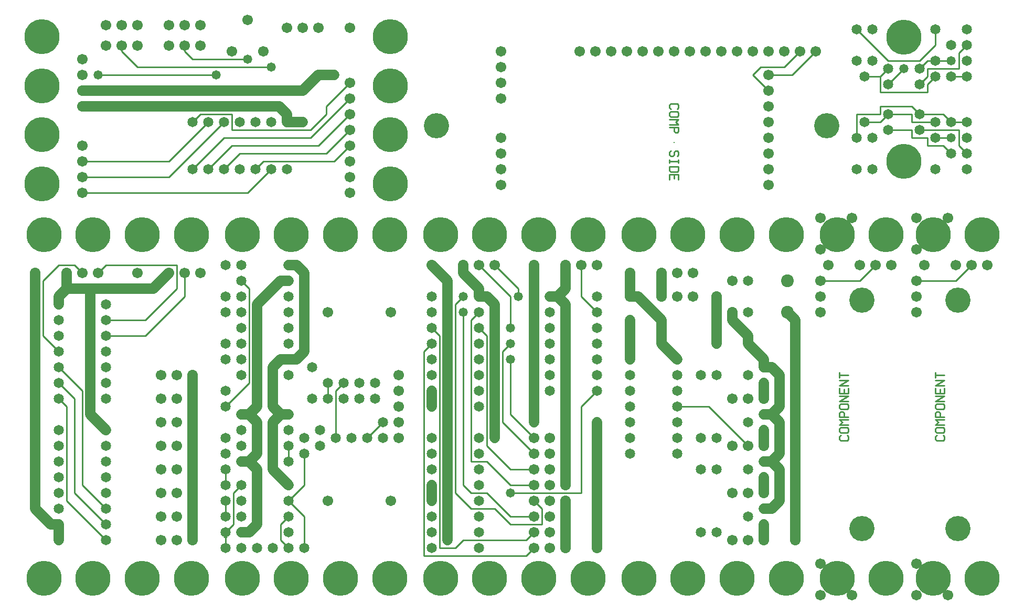
<source format=gtl>
%MOIN*%
%FSLAX25Y25*%
G04 D10 used for Character Trace; *
G04     Circle (OD=.01000) (No hole)*
G04 D11 used for Power Trace; *
G04     Circle (OD=.06700) (No hole)*
G04 D12 used for Signal Trace; *
G04     Circle (OD=.01100) (No hole)*
G04 D13 used for Via; *
G04     Circle (OD=.05800) (Round. Hole ID=.02800)*
G04 D14 used for Component hole; *
G04     Circle (OD=.06500) (Round. Hole ID=.03500)*
G04 D15 used for Component hole; *
G04     Circle (OD=.06700) (Round. Hole ID=.04300)*
G04 D16 used for Component hole; *
G04     Circle (OD=.08100) (Round. Hole ID=.05100)*
G04 D17 used for Component hole; *
G04     Circle (OD=.08900) (Round. Hole ID=.05900)*
G04 D18 used for Component hole; *
G04     Circle (OD=.11300) (Round. Hole ID=.08300)*
G04 D19 used for Component hole; *
G04     Circle (OD=.16000) (Round. Hole ID=.13000)*
G04 D20 used for Component hole; *
G04     Circle (OD=.18300) (Round. Hole ID=.15300)*
G04 D21 used for Component hole; *
G04     Circle (OD=.22291) (Round. Hole ID=.19291)*
%ADD10C,.01000*%
%ADD11C,.06700*%
%ADD12C,.01100*%
%ADD13C,.05800*%
%ADD14C,.06500*%
%ADD15C,.06700*%
%ADD16C,.08100*%
%ADD17C,.08900*%
%ADD18C,.11300*%
%ADD19C,.16000*%
%ADD20C,.18300*%
%ADD21C,.22291*%
%IPPOS*%
%LPD*%
G90*X0Y0D02*D21*X15625Y15625D03*D14*              
X25000Y40000D03*D11*Y50000D01*D14*D03*D11*        
X20000D01*X10000Y60000D01*Y210000D01*D15*D03*D12* 
X15000Y170000D02*Y205000D01*X25000Y160000D02*     
X15000Y170000D01*D14*X25000Y160000D03*Y170000D03* 
Y150000D03*D12*X40000Y135000D01*Y75000D01*        
X55000Y60000D01*D14*D03*Y70000D03*Y50000D03*D12*  
X35000Y70000D01*Y130000D01*X25000Y140000D01*D14*  
D03*Y130000D03*D12*X30000Y125000D01*Y65000D01*    
X55000Y40000D01*D14*D03*D21*X78125Y15625D03*      
X46875D03*D14*X25000Y70000D03*Y60000D03*D15*      
X90000Y40000D03*Y55000D03*Y70000D03*D14*          
X55000Y80000D03*X25000D03*D15*X100000Y85000D03*   
X90000D03*X100000Y40000D03*Y55000D03*Y70000D03*   
D14*X55000Y90000D03*X25000D03*D21*                
X109375Y15625D03*D15*X110000Y40000D03*D11*        
Y55000D01*D15*D03*D11*Y70000D01*D15*D03*D11*      
Y85000D01*D15*D03*D11*Y100000D01*D15*D03*D11*     
Y115000D01*D15*D03*D11*Y130000D01*D15*D03*D11*    
Y145000D01*D15*D03*X100000D03*Y130000D03*         
X90000Y145000D03*Y130000D03*D12*X55000Y170000D02* 
X80000D01*D14*X55000D03*Y180000D03*D12*X80000D01* 
X100000Y200000D01*Y215000D01*X55000D01*           
X50000Y210000D01*D15*D03*D11*X45000Y120000D02*    
Y200000D01*X55000Y110000D02*X45000Y120000D01*D14* 
X55000Y110000D03*Y100000D03*Y130000D03*Y140000D03*
X25000Y110000D03*Y100000D03*D15*X90000D03*        
Y115000D03*D14*X55000Y150000D03*D15*              
X100000Y100000D03*Y115000D03*D14*X55000Y160000D03*
D12*X80000Y170000D02*X105000Y195000D01*Y210000D01*
D15*D03*X115000D03*X95000D03*D11*X85000Y200000D01*
X45000D01*X30000D01*X25000Y195000D01*Y190000D01*  
D14*D03*D11*X30000Y200000D02*Y210000D01*D15*D03*  
D12*X40000D02*X35000Y215000D01*D15*               
X40000Y210000D03*D12*X25000Y215000D02*X35000D01*  
X15000Y205000D02*X25000Y215000D01*D14*Y180000D03* 
D21*X46875Y234375D03*X15625D03*D14*               
X55000Y190000D03*D15*X75000Y210000D03*D21*        
X78125Y234375D03*X109375D03*G90*X1000Y0D02*D14*   
X131000Y35000D03*D12*Y45000D01*D10*               
X130163Y46914D02*X131000Y47871D01*Y42129D01*      
X130163D02*X131837D01*D14*X131000Y45000D03*D12*   
X136000Y50000D01*Y70000D01*X141000Y75000D01*D14*  
D03*D13*X151000Y65000D03*D11*Y50000D01*           
X146000Y45000D01*X141000D01*D14*D03*              
X151000Y35000D03*X131000Y55000D03*D12*Y65000D01*  
D14*D03*X141000Y55000D03*Y65000D03*               
X131000Y75000D03*D12*Y85000D01*D14*D03*Y95000D03* 
X141000Y90000D03*D11*X146000D01*X151000Y85000D01* 
Y65000D01*D12*X166000Y40000D02*Y50000D01*         
X171000Y35000D02*X166000Y40000D01*D14*            
X171000Y35000D03*X181000D03*D12*Y55000D01*        
X171000Y65000D01*D14*D03*D12*X181000Y75000D01*    
Y95000D01*D14*D03*X171000Y100000D03*D12*Y90000D01*
D14*D03*D11*Y75000D02*X161000Y85000D01*D14*       
X171000Y75000D03*D11*X161000Y85000D02*Y115000D01* 
X166000Y120000D01*X171000D01*D14*D03*D11*         
X166000D02*X161000Y125000D01*Y150000D01*          
X166000Y155000D01*X171000D01*D14*D03*D11*         
X176000D01*X181000Y160000D01*Y210000D01*          
X176000Y215000D01*X171000D01*D14*D03*D11*         
X151000Y190000D02*X166000Y205000D01*              
X151000Y125000D02*Y190000D01*X146000Y120000D02*   
X151000Y125000D01*Y115000D02*X146000Y120000D01*   
X151000Y95000D02*Y115000D01*X146000Y90000D02*     
X151000Y95000D01*D14*X141000Y100000D03*           
X131000Y105000D03*X141000Y110000D03*X171000D03*   
D11*X141000Y120000D02*X146000D01*D14*X141000D03*  
X131000Y125000D03*D12*X146000Y140000D01*          
Y200000D01*X141000Y205000D01*D14*D03*             
X131000Y215000D03*Y195000D03*X141000Y215000D03*   
Y195000D03*X131000Y185000D03*X141000D03*D11*      
X166000Y205000D02*X171000D01*D14*D03*Y195000D03*  
Y185000D03*D15*X196000D03*D21*X141625Y234375D03*  
D14*X141000Y175000D03*D21*X172875Y234375D03*D14*  
X171000Y175000D03*D21*X204125Y234375D03*D14*      
X131000Y165000D03*X141000D03*X171000D03*          
X131000Y155000D03*X141000D03*X186000Y150000D03*   
X141000Y145000D03*X171000D03*D15*                 
X236000Y185000D03*D14*X196000Y140000D03*D12*      
Y130000D01*D14*D03*D12*X201000Y105000D02*         
Y135000D01*D14*Y105000D03*X191000Y110000D03*      
X211000Y105000D03*X191000Y100000D03*              
X221000Y105000D03*D12*X231000Y115000D01*D14*D03*  
D15*X241000Y105000D03*Y125000D03*Y115000D03*D14*  
X231000Y105000D03*X216000Y130000D03*X226000D03*   
D15*X241000Y135000D03*D14*X206000Y140000D03*D12*  
X201000Y135000D01*D14*X206000Y130000D03*          
X216000Y140000D03*X186000Y130000D03*              
X226000Y140000D03*X181000Y105000D03*D15*          
X241000Y145000D03*X196000Y65000D03*D14*           
X131000Y135000D03*D15*X236000Y65000D03*D14*       
X171000Y55000D03*D12*X166000Y50000D01*D14*        
X171000Y45000D03*X161000Y35000D03*X141000D03*D21* 
X141625Y15625D03*D10*X130163Y46914D02*            
X131000Y47871D01*Y42129D01*X130163D02*X131837D01* 
D21*X172875Y15625D03*X204125D03*X235375D03*       
Y234375D03*G90*X2000Y0D02*D12*X257000Y30000D02*   
X322000D01*X327000Y35000D01*D15*D03*D12*          
X282000Y40000D02*X322000D01*X277000Y35000D02*     
X282000Y40000D01*X267000Y35000D02*X277000D01*     
X267000D02*Y170000D01*X262000Y175000D01*D14*D03*  
Y185000D03*Y165000D03*D12*X257000Y160000D01*      
Y30000D01*D14*X262000Y35000D03*Y45000D03*D13*     
X272000Y40000D03*D11*Y75000D01*D13*D03*D11*       
Y100000D01*D13*D03*D11*Y125000D01*D13*D03*D11*    
Y205000D01*X262000Y215000D01*D15*D03*D13*         
X282000Y195000D03*D12*X277000Y190000D01*Y70000D01*
X287000Y60000D01*X302000D01*X312000Y50000D01*     
X332000D01*Y60000D01*X327000Y65000D01*D15*D03*    
X337000Y55000D03*Y75000D03*Y65000D03*             
X327000Y75000D03*D12*X312000D01*X297000Y90000D01* 
X287000D01*Y180000D01*X292000Y185000D01*D14*D03*  
D11*X302000Y190000D02*X297000Y195000D01*          
X302000Y125000D02*Y190000D01*D13*Y125000D03*D11*  
Y105000D01*D13*D03*D12*X312000Y85000D02*          
X297000Y100000D01*X312000Y85000D02*X327000D01*D15*
D03*X337000Y95000D03*Y85000D03*X327000Y95000D03*  
D12*X307000Y115000D01*Y160000D01*                 
X312000Y165000D01*D13*D03*Y175000D03*D12*         
Y195000D01*X292000Y215000D01*D15*D03*X302000D03*  
D12*X317000Y200000D01*Y195000D01*D13*D03*D14*     
X337000Y175000D03*Y185000D03*D15*                 
X327000Y215000D03*D11*Y115000D01*D13*D03*D15*     
X337000Y105000D03*X327000D03*D12*                 
X312000Y120000D01*Y155000D01*D13*D03*D12*         
X297000Y100000D02*Y170000D01*D14*                 
X292000Y105000D03*Y95000D03*Y85000D03*D12*        
X287000Y70000D02*X282000Y75000D01*                
X287000Y70000D02*X297000D01*X312000Y55000D01*     
X327000D01*D15*D03*X337000Y45000D03*X327000D03*   
D12*X322000Y40000D01*D15*X337000Y35000D03*        
X347000Y65000D03*D11*Y55000D01*D15*D03*D11*       
Y45000D01*D15*D03*D11*Y35000D01*D15*D03*          
X367000Y55000D03*D11*Y45000D01*D15*D03*D11*       
Y35000D01*D15*D03*D21*X361375Y15625D03*D11*       
X367000Y55000D02*Y65000D01*D15*D03*D11*Y75000D01* 
D15*D03*D11*Y85000D01*D15*D03*D11*Y95000D01*D15*  
D03*D11*Y105000D01*D15*D03*D11*Y115000D01*D13*D03*
D12*X357000Y70000D02*Y125000D01*X312000Y70000D02* 
X357000D01*D13*X312000D03*D14*X292000Y75000D03*   
Y65000D03*Y55000D03*Y45000D03*D12*                
X282000Y75000D02*Y185000D01*D13*D03*D14*          
X292000Y175000D03*D12*X297000Y170000D01*D14*      
X292000Y165000D03*Y155000D03*Y145000D03*D11*      
Y195000D02*X297000D01*D14*X292000D03*D11*         
Y200000D01*X282000Y210000D01*Y215000D01*D15*D03*  
D14*X262000Y195000D03*D21*X298875Y234375D03*      
X267625D03*X330125D03*D14*X337000Y165000D03*      
Y195000D03*D11*X342000D01*X347000Y190000D01*      
Y125000D01*D13*D03*D11*Y105000D01*D15*D03*D11*    
Y95000D01*D15*D03*D11*Y85000D01*D15*D03*D11*      
Y75000D01*D15*D03*D12*X357000Y125000D02*          
X367000Y135000D01*D14*D03*Y145000D03*Y155000D03*  
X337000D03*Y145000D03*X367000Y165000D03*          
X337000Y135000D03*X367000Y175000D03*Y185000D03*   
D12*X357000Y195000D01*Y215000D01*D15*D03*         
X367000D03*X347000D03*D11*Y200000D01*             
X342000Y195000D01*D14*X367000D03*D21*             
X361375Y234375D03*D14*X292000Y135000D03*          
Y125000D03*X262000Y155000D03*Y145000D03*          
Y135000D03*D11*Y125000D01*D14*D03*Y105000D03*     
Y95000D03*Y85000D03*Y75000D03*D11*Y65000D01*D14*  
D03*Y55000D03*X292000Y35000D03*D21*               
X267625Y15625D03*X298875D03*X330125D03*G90*       
X3000Y0D02*D14*X388000Y95000D03*Y105000D03*       
Y115000D03*Y125000D03*Y135000D03*Y145000D03*      
Y155000D03*D11*Y180000D01*D14*D03*D11*X408000D02* 
X393000Y195000D01*D14*X408000Y180000D03*D11*      
Y165000D01*X418000Y155000D01*D14*D03*Y145000D03*  
X433000D03*X418000Y135000D03*X443000Y145000D03*   
Y165000D03*D11*Y195000D01*D15*D03*                
X453000Y185000D03*D11*Y180000D01*                 
X463000Y170000D01*Y165000D01*D14*D03*D11*         
X473000Y155000D01*Y150000D01*D14*D03*D11*         
X478000D01*X483000Y145000D01*Y125000D01*          
X478000Y120000D01*X483000Y115000D01*Y95000D01*    
X478000Y90000D01*X483000Y85000D01*Y65000D01*      
X478000Y60000D01*X473000D01*D14*D03*D15*          
X463000Y70000D03*X473000D03*D11*Y80000D01*D14*D03*
D11*Y90000D02*X478000D01*D14*X473000D03*D15*      
X463000Y100000D03*D12*X438000Y125000D01*          
X418000D01*D14*D03*Y115000D03*Y105000D03*         
X433000D03*X443000D03*X418000Y95000D03*D15*       
X453000Y100000D03*Y130000D03*D14*X433000Y85000D03*
X443000D03*X463000D03*Y115000D03*D15*Y130000D03*  
D14*Y145000D03*D15*X473000Y100000D03*D11*         
Y110000D01*D14*D03*D11*Y120000D02*X478000D01*D14* 
X473000D03*D15*Y130000D03*D11*Y140000D01*D14*D03* 
D15*X493000Y130000D03*D11*Y100000D01*D15*D03*D11* 
Y70000D01*D15*D03*D11*Y40000D01*D15*D03*D14*      
X473000Y50000D03*D11*Y40000D01*D15*D03*X463000D03*
D14*Y55000D03*D15*X453000Y40000D03*D21*           
X456125Y15625D03*X487375D03*D14*X443000Y45000D03* 
D15*X453000Y70000D03*D14*X433000Y45000D03*D21*    
X424875Y15625D03*X393625D03*D11*X493000Y130000D02*
Y180000D01*X488000Y185000D01*D16*D03*Y205000D03*  
D14*X463000D03*Y185000D03*D15*X453000Y205000D03*  
D21*X487375Y234375D03*X456125D03*D15*             
X428000Y210000D03*Y195000D03*D21*                 
X424875Y234375D03*D15*X418000Y210000D03*          
Y195000D03*X408000Y210000D03*D11*Y195000D01*D15*  
D03*D11*X388000D02*X393000D01*D15*X388000D03*D11* 
Y210000D01*D15*D03*D21*X393625Y234375D03*G90*     
X0Y1000D02*D15*X210000Y261000D03*D12*X40000D02*   
X145000D01*D15*X40000D03*Y271000D03*D12*X95000D01*
X130000Y306000D01*D14*D03*D12*X135000Y311000D02*  
Y301000D01*X115000Y311000D02*X135000D01*          
X110000Y306000D02*X115000Y311000D01*D14*          
X110000Y306000D03*D13*X100000Y316000D03*D11*      
X55000D01*D13*D03*D11*X40000D01*D15*D03*          
Y326000D03*D11*X75000D01*D13*D03*D11*X120000D01*  
D13*D03*D11*X135000D01*D13*D03*D11*X180000D01*D14*
D03*D11*X190000Y336000D01*X200000D01*D13*D03*D15* 
X210000Y331000D03*D12*X195000Y316000D01*          
Y311000D01*X185000Y301000D01*X135000D01*D14*      
X140000Y306000D03*D12*X110000Y276000D02*          
X130000Y296000D01*D14*X110000Y276000D03*          
X120000D03*D12*X135000Y291000D01*X190000D01*      
X210000Y311000D01*D15*D03*Y321000D03*D12*         
X185000Y296000D01*X130000D01*Y276000D02*          
X140000Y286000D01*D14*X130000Y276000D03*D12*      
X140000Y286000D02*X195000D01*X210000Y301000D01*   
D15*D03*Y291000D03*D12*X200000Y281000D01*         
X155000D01*X150000Y276000D01*D14*D03*X160000D03*  
D12*X145000Y261000D01*D14*X140000Y276000D03*      
X170000D03*X180000Y306000D03*D11*X170000D01*D14*  
D03*D11*Y311000D01*X165000Y316000D01*X155000D01*  
D13*D03*D11*X100000D01*D14*X120000Y306000D03*D12* 
X95000Y281000D01*X40000D01*D15*D03*Y291000D03*D21*
X14375Y297875D03*Y266625D03*Y329125D03*D13*       
X50000Y336000D03*D12*X125000D01*D13*D03*D15*      
X135000Y351000D03*D12*X105000D02*                 
X110000Y346000D01*X105000Y354500D02*Y351000D01*   
D15*Y354500D03*X115000Y367500D03*X95000D03*       
X115000Y354500D03*X105000Y367500D03*              
X95000Y354500D03*D12*X110000Y346000D02*X145000D01*
D13*D03*D15*X155000Y351000D03*D13*                
X160000Y341000D03*D12*X75000D01*X65000Y351000D01* 
Y354500D01*D15*D03*X75000Y367500D03*X55000D03*    
X75000Y354500D03*X65000Y367500D03*                
X55000Y354500D03*X40000Y346000D03*Y336000D03*D21* 
X14375Y360375D03*D15*X145000Y371000D03*D14*       
X150000Y306000D03*X160000D03*D15*                 
X170000Y366000D03*X180000D03*X190000D03*          
X210000Y271000D03*Y281000D03*Y366000D03*D21*      
X235625Y266625D03*Y297875D03*Y329125D03*          
Y360375D03*G90*X1000Y1000D02*D19*                 
X265100Y303700D03*D15*X306000Y266000D03*          
Y276000D03*Y286000D03*Y296000D03*Y321000D03*      
Y331000D03*Y341000D03*Y351000D03*X356000D03*      
X366000D03*X376000D03*X386000D03*X396000D03*      
X406000D03*D10*X413129Y269326D02*Y272674D01*      
X418871D01*Y269326D01*X416000Y272674D02*          
Y270163D01*X413129Y277674D02*X418871D01*          
Y275163D01*X417914Y274326D01*X414086D01*          
X413129Y275163D01*Y277674D01*Y281000D02*          
X418871D01*X413129Y281837D02*Y280163D01*          
X418871Y281837D02*Y280163D01*X417914Y284326D02*   
X418871Y285163D01*Y286837D01*X417914Y287674D01*   
X416957D01*X416000Y286837D01*Y285163D01*          
X415043Y284326D01*X414086D01*X413129Y285163D01*   
Y286837D01*X414086Y287674D01*X416000Y293129D03*   
X413129Y302674D02*X418871D01*Y300163D01*          
X417914Y299326D01*X416957D01*X416000Y300163D01*   
Y302674D01*X413129Y307674D02*X418871D01*          
X416957Y306000D01*X418871Y304326D01*X413129D01*   
X414086Y309326D02*X413129Y310163D01*Y311837D01*   
X414086Y312674D01*X417914D01*X418871Y311837D01*   
Y310163D01*X417914Y309326D01*X414086D01*          
Y314326D02*X413129Y315163D01*Y316837D01*          
X414086Y317674D01*X417914D01*X418871Y316837D01*   
Y315163D01*X417914Y314326D01*D15*                 
X416000Y351000D03*X426000D03*X436000D03*          
X446000D03*X456000D03*D12*X466000Y336000D02*      
X476000Y326000D01*D15*D03*D12*X466000Y336000D02*  
X471000Y341000D01*X486000D01*X496000Y351000D01*   
D15*D03*X506000D03*D12*X491000Y336000D01*         
X476000D01*D15*D03*X486000Y351000D03*X476000D03*  
X466000D03*X476000Y316000D03*Y306000D03*D19*      
X513100Y303700D03*D15*X476000Y296000D03*          
Y286000D03*Y276000D03*Y266000D03*G90*X4000Y0D02*  
X509000Y5000D03*Y25000D03*Y185000D03*Y195000D03*  
Y205000D03*D12*X534000D01*X544000Y215000D01*D15*  
D03*X554000D03*X534000D03*D19*X535250Y192800D03*  
D21*X550875Y234375D03*X519625D03*D15*             
X514000Y215000D03*X529000Y245000D03*X509000D03*   
Y225000D03*D10*X526871Y145000D02*X521129D01*      
Y143326D02*Y146674D01*X526871Y138326D02*          
X521129D01*X526871Y141674D01*X521129D01*          
X526871Y136674D02*Y133326D01*X521129D01*          
Y136674D01*X524000Y133326D02*Y135837D01*          
X526871Y128326D02*X521129D01*X526871Y131674D01*   
X521129D01*X525914Y126674D02*X526871Y125837D01*   
Y124163D01*X525914Y123326D01*X522086D01*          
X521129Y124163D01*Y125837D01*X522086Y126674D01*   
X525914D01*X526871Y118326D02*X521129D01*          
Y120837D01*X522086Y121674D01*X523043D01*          
X524000Y120837D01*Y118326D01*X526871Y113326D02*   
X521129D01*X523043Y115000D01*X521129Y116674D01*   
X526871D01*X525914Y111674D02*X526871Y110837D01*   
Y109163D01*X525914Y108326D01*X522086D01*          
X521129Y109163D01*Y110837D01*X522086Y111674D01*   
X525914D01*Y106674D02*X526871Y105837D01*          
Y104163D01*X525914Y103326D01*X522086D01*          
X521129Y104163D01*Y105837D01*X522086Y106674D01*   
D19*X535250Y47200D03*D21*X519625Y15625D03*        
X550875D03*D15*X529000Y5000D03*G90*X0Y0D02*       
X570000Y5000D03*Y25000D03*Y185000D03*Y195000D03*  
Y205000D03*D12*X595000D01*X605000Y215000D01*D15*  
D03*X615000D03*X595000D03*D19*X596250Y192800D03*  
D21*X611875Y234375D03*X580625D03*D15*             
X575000Y215000D03*X590000Y245000D03*X570000D03*   
Y225000D03*D10*X587871Y145000D02*X582129D01*      
Y143326D02*Y146674D01*X587871Y138326D02*          
X582129D01*X587871Y141674D01*X582129D01*          
X587871Y136674D02*Y133326D01*X582129D01*          
Y136674D01*X585000Y133326D02*Y135837D01*          
X587871Y128326D02*X582129D01*X587871Y131674D01*   
X582129D01*X586914Y126674D02*X587871Y125837D01*   
Y124163D01*X586914Y123326D01*X583086D01*          
X582129Y124163D01*Y125837D01*X583086Y126674D01*   
X586914D01*X587871Y118326D02*X582129D01*          
Y120837D01*X583086Y121674D01*X584043D01*          
X585000Y120837D01*Y118326D01*X587871Y113326D02*   
X582129D01*X584043Y115000D01*X582129Y116674D01*   
X587871D01*X586914Y111674D02*X587871Y110837D01*   
Y109163D01*X586914Y108326D01*X583086D01*          
X582129Y109163D01*Y110837D01*X583086Y111674D01*   
X586914D01*Y106674D02*X587871Y105837D01*          
Y104163D01*X586914Y103326D01*X583086D01*          
X582129Y104163D01*Y105837D01*X583086Y106674D01*   
D19*X596250Y47200D03*D21*X580625Y15625D03*        
X611875D03*D15*X590000Y5000D03*G90*X2000Y1000D02* 
D14*X532000Y276000D03*Y296000D03*D12*Y311000D01*  
X547000D01*Y316000D01*X567000D01*                 
X572000Y311000D01*D14*D03*D12*X587000D01*         
X592000Y306000D01*D14*D03*D12*X602000D01*D14*D03* 
D12*X572000Y301000D02*X597000D01*D14*X572000D03*  
D12*X567000Y296000D02*X577000D01*                 
X567000Y301000D02*Y296000D01*X552000Y301000D02*   
X567000D01*D14*X552000D03*D12*X537000Y306000D02*  
X547000D01*D14*X537000D03*D12*X547000D02*         
X552000Y311000D01*D14*D03*D12*X567000D01*         
Y306000D01*X582000D01*D14*D03*D13*                
X592000Y296000D03*D12*X582000D01*D14*D03*D12*     
X577000Y291000D02*X587000D01*X577000Y296000D02*   
Y291000D01*X587000D02*X592000Y286000D01*D14*D03*  
D12*X597000Y301000D02*Y291000D01*D14*             
X602000Y296000D03*D12*X597000Y291000D02*          
X602000Y286000D01*D14*D03*Y276000D03*X582000D03*  
D21*X562000Y281000D03*D14*X542000Y296000D03*      
Y276000D03*G90*X2000Y0D02*X532000Y345000D03*      
Y365000D03*D12*X552000Y345000D01*X572000D01*      
X582000Y355000D01*Y365000D01*D14*D03*             
X592000Y355000D03*D12*X597000Y350000D02*          
Y340000D01*X577000D01*Y335000D01*                 
X572000Y330000D01*D14*D03*D12*X547000Y325000D02*  
X577000D01*X547000Y335000D02*Y325000D01*          
X537000Y335000D02*X547000D01*D14*X537000D03*      
X542000Y345000D03*D12*X547000Y335000D02*          
X552000Y340000D01*D14*D03*D13*X562000D03*D12*     
X552000Y330000D01*D14*D03*X572000Y340000D03*D12*  
X577000Y345000D01*X582000D01*D14*D03*D12*         
X592000D01*D13*D03*D12*X597000Y350000D02*         
X602000Y355000D01*D14*D03*Y365000D03*Y345000D03*  
X582000Y335000D03*D12*X577000Y330000D01*          
Y325000D01*D14*X592000Y335000D03*D12*X602000D01*  
D14*D03*D21*X562000Y360000D03*D14*                
X542000Y365000D03*M02*                            

</source>
